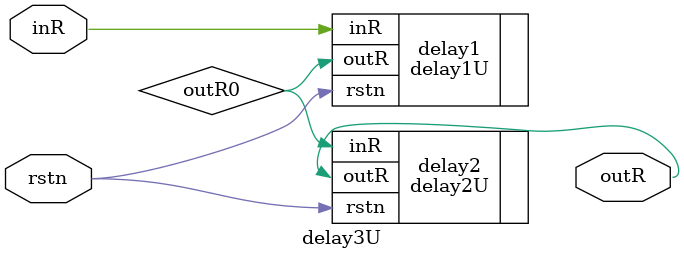
<source format=v>
`timescale 1ns / 1ps


module delay3U(inR, outR, rstn);
input inR, rstn;
output outR;

wire outR0;


delay1U delay1(.inR(inR), .outR(outR0), .rstn(rstn));
delay2U delay2(.inR(outR0), .outR(outR), .rstn(rstn));
endmodule

</source>
